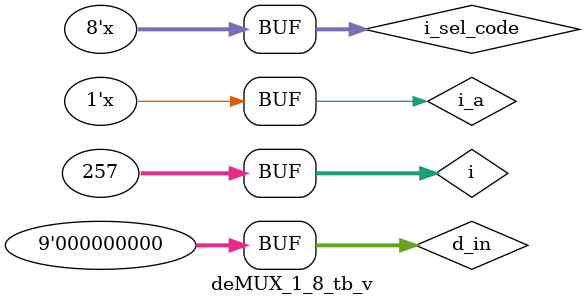
<source format=v>

`timescale 1ms/1ms



module deMUX_1_8_tb_v;
  
  reg  i_a;
  reg  [7:0] i_sel_code;
  wire [7:0] o_code;
  
  // reg i_a, i_sel_code, o_code, i_d;
  reg [8:0] d_in = 9'b000000000;
  integer i;
  
  // duv port map options:
  deMUX_1_8_v__behavior duv (.i_a(i_a), .i_sel_code(i_sel_code), .o_code(o_code)); 
  
  //procedure statement
  initial begin
      
      for (i = 0 ; i < 257 ; i = i + 1) begin
        #1000 i_sel_code[0] = d_in[0];
              i_sel_code[1] = d_in[1];
              i_sel_code[2] = d_in[2];
              i_sel_code[3] = d_in[3];
              i_sel_code[4] = d_in[4];
              i_sel_code[5] = d_in[5];
              i_sel_code[6] = d_in[6];
              i_sel_code[7] = d_in[7];
              i_sel_code[8] = d_in[8];
              i_a           = d_in[0];

        // i_sel_code[0] = d_in[1]; o_code = d_in[2]; i_d = d_in[3]; o_codes = d_in[4]; i_n_cs_0 = d_in[5]; ;
        d_in = d_in + 1;
      end
          
    end

endmodule












</source>
